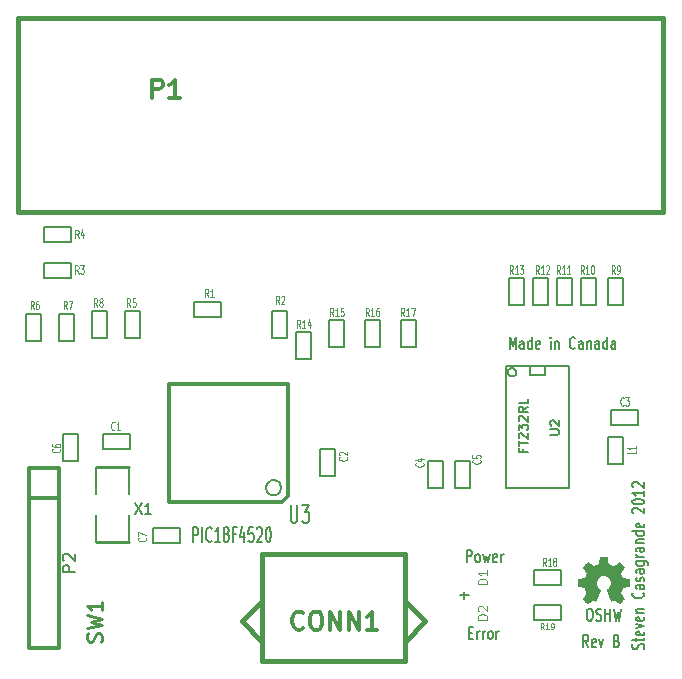
<source format=gto>
G04 (created by PCBNEW-RS274X (2011-nov-30)-testing) date Mon 27 Feb 2012 01:24:57 PM EST*
G01*
G70*
G90*
%MOIN*%
G04 Gerber Fmt 3.4, Leading zero omitted, Abs format*
%FSLAX34Y34*%
G04 APERTURE LIST*
%ADD10C,0.006000*%
%ADD11C,0.007500*%
%ADD12C,0.000100*%
%ADD13C,0.015000*%
%ADD14C,0.010000*%
%ADD15C,0.008000*%
%ADD16C,0.012000*%
%ADD17C,0.005000*%
%ADD18C,0.003500*%
%ADD19C,0.004500*%
G04 APERTURE END LIST*
G54D10*
G54D11*
X67611Y-48679D02*
X67668Y-48679D01*
X67696Y-48698D01*
X67725Y-48736D01*
X67739Y-48812D01*
X67739Y-48946D01*
X67725Y-49022D01*
X67696Y-49060D01*
X67668Y-49079D01*
X67611Y-49079D01*
X67582Y-49060D01*
X67553Y-49022D01*
X67539Y-48946D01*
X67539Y-48812D01*
X67553Y-48736D01*
X67582Y-48698D01*
X67611Y-48679D01*
X67853Y-49060D02*
X67896Y-49079D01*
X67967Y-49079D01*
X67996Y-49060D01*
X68010Y-49041D01*
X68025Y-49003D01*
X68025Y-48965D01*
X68010Y-48927D01*
X67996Y-48907D01*
X67967Y-48888D01*
X67910Y-48869D01*
X67882Y-48850D01*
X67867Y-48831D01*
X67853Y-48793D01*
X67853Y-48755D01*
X67867Y-48717D01*
X67882Y-48698D01*
X67910Y-48679D01*
X67982Y-48679D01*
X68025Y-48698D01*
X68153Y-49079D02*
X68153Y-48679D01*
X68153Y-48869D02*
X68325Y-48869D01*
X68325Y-49079D02*
X68325Y-48679D01*
X68439Y-48679D02*
X68510Y-49079D01*
X68567Y-48793D01*
X68625Y-49079D01*
X68696Y-48679D01*
X64969Y-40024D02*
X64969Y-39624D01*
X65069Y-39910D01*
X65169Y-39624D01*
X65169Y-40024D01*
X65441Y-40024D02*
X65441Y-39814D01*
X65427Y-39776D01*
X65398Y-39757D01*
X65341Y-39757D01*
X65312Y-39776D01*
X65441Y-40005D02*
X65412Y-40024D01*
X65341Y-40024D01*
X65312Y-40005D01*
X65298Y-39967D01*
X65298Y-39929D01*
X65312Y-39891D01*
X65341Y-39872D01*
X65412Y-39872D01*
X65441Y-39852D01*
X65712Y-40024D02*
X65712Y-39624D01*
X65712Y-40005D02*
X65683Y-40024D01*
X65626Y-40024D01*
X65598Y-40005D01*
X65583Y-39986D01*
X65569Y-39948D01*
X65569Y-39833D01*
X65583Y-39795D01*
X65598Y-39776D01*
X65626Y-39757D01*
X65683Y-39757D01*
X65712Y-39776D01*
X65969Y-40005D02*
X65940Y-40024D01*
X65883Y-40024D01*
X65854Y-40005D01*
X65840Y-39967D01*
X65840Y-39814D01*
X65854Y-39776D01*
X65883Y-39757D01*
X65940Y-39757D01*
X65969Y-39776D01*
X65983Y-39814D01*
X65983Y-39852D01*
X65840Y-39891D01*
X66340Y-40024D02*
X66340Y-39757D01*
X66340Y-39624D02*
X66326Y-39643D01*
X66340Y-39662D01*
X66355Y-39643D01*
X66340Y-39624D01*
X66340Y-39662D01*
X66483Y-39757D02*
X66483Y-40024D01*
X66483Y-39795D02*
X66498Y-39776D01*
X66526Y-39757D01*
X66569Y-39757D01*
X66598Y-39776D01*
X66612Y-39814D01*
X66612Y-40024D01*
X67155Y-39986D02*
X67141Y-40005D01*
X67098Y-40024D01*
X67069Y-40024D01*
X67026Y-40005D01*
X66998Y-39967D01*
X66983Y-39929D01*
X66969Y-39852D01*
X66969Y-39795D01*
X66983Y-39719D01*
X66998Y-39681D01*
X67026Y-39643D01*
X67069Y-39624D01*
X67098Y-39624D01*
X67141Y-39643D01*
X67155Y-39662D01*
X67412Y-40024D02*
X67412Y-39814D01*
X67398Y-39776D01*
X67369Y-39757D01*
X67312Y-39757D01*
X67283Y-39776D01*
X67412Y-40005D02*
X67383Y-40024D01*
X67312Y-40024D01*
X67283Y-40005D01*
X67269Y-39967D01*
X67269Y-39929D01*
X67283Y-39891D01*
X67312Y-39872D01*
X67383Y-39872D01*
X67412Y-39852D01*
X67554Y-39757D02*
X67554Y-40024D01*
X67554Y-39795D02*
X67569Y-39776D01*
X67597Y-39757D01*
X67640Y-39757D01*
X67669Y-39776D01*
X67683Y-39814D01*
X67683Y-40024D01*
X67954Y-40024D02*
X67954Y-39814D01*
X67940Y-39776D01*
X67911Y-39757D01*
X67854Y-39757D01*
X67825Y-39776D01*
X67954Y-40005D02*
X67925Y-40024D01*
X67854Y-40024D01*
X67825Y-40005D01*
X67811Y-39967D01*
X67811Y-39929D01*
X67825Y-39891D01*
X67854Y-39872D01*
X67925Y-39872D01*
X67954Y-39852D01*
X68225Y-40024D02*
X68225Y-39624D01*
X68225Y-40005D02*
X68196Y-40024D01*
X68139Y-40024D01*
X68111Y-40005D01*
X68096Y-39986D01*
X68082Y-39948D01*
X68082Y-39833D01*
X68096Y-39795D01*
X68111Y-39776D01*
X68139Y-39757D01*
X68196Y-39757D01*
X68225Y-39776D01*
X68496Y-40024D02*
X68496Y-39814D01*
X68482Y-39776D01*
X68453Y-39757D01*
X68396Y-39757D01*
X68367Y-39776D01*
X68496Y-40005D02*
X68467Y-40024D01*
X68396Y-40024D01*
X68367Y-40005D01*
X68353Y-39967D01*
X68353Y-39929D01*
X68367Y-39891D01*
X68396Y-39872D01*
X68467Y-39872D01*
X68496Y-39852D01*
X63615Y-49480D02*
X63715Y-49480D01*
X63758Y-49690D02*
X63615Y-49690D01*
X63615Y-49290D01*
X63758Y-49290D01*
X63886Y-49690D02*
X63886Y-49423D01*
X63886Y-49499D02*
X63901Y-49461D01*
X63915Y-49442D01*
X63944Y-49423D01*
X63972Y-49423D01*
X64072Y-49690D02*
X64072Y-49423D01*
X64072Y-49499D02*
X64087Y-49461D01*
X64101Y-49442D01*
X64130Y-49423D01*
X64158Y-49423D01*
X64301Y-49690D02*
X64273Y-49671D01*
X64258Y-49652D01*
X64244Y-49614D01*
X64244Y-49499D01*
X64258Y-49461D01*
X64273Y-49442D01*
X64301Y-49423D01*
X64344Y-49423D01*
X64373Y-49442D01*
X64387Y-49461D01*
X64401Y-49499D01*
X64401Y-49614D01*
X64387Y-49652D01*
X64373Y-49671D01*
X64344Y-49690D01*
X64301Y-49690D01*
X64529Y-49690D02*
X64529Y-49423D01*
X64529Y-49499D02*
X64544Y-49461D01*
X64558Y-49442D01*
X64587Y-49423D01*
X64615Y-49423D01*
X63541Y-47131D02*
X63541Y-46731D01*
X63656Y-46731D01*
X63684Y-46750D01*
X63699Y-46769D01*
X63713Y-46807D01*
X63713Y-46864D01*
X63699Y-46902D01*
X63684Y-46921D01*
X63656Y-46940D01*
X63541Y-46940D01*
X63884Y-47131D02*
X63856Y-47112D01*
X63841Y-47093D01*
X63827Y-47055D01*
X63827Y-46940D01*
X63841Y-46902D01*
X63856Y-46883D01*
X63884Y-46864D01*
X63927Y-46864D01*
X63956Y-46883D01*
X63970Y-46902D01*
X63984Y-46940D01*
X63984Y-47055D01*
X63970Y-47093D01*
X63956Y-47112D01*
X63927Y-47131D01*
X63884Y-47131D01*
X64084Y-46864D02*
X64141Y-47131D01*
X64198Y-46940D01*
X64255Y-47131D01*
X64312Y-46864D01*
X64541Y-47112D02*
X64512Y-47131D01*
X64455Y-47131D01*
X64426Y-47112D01*
X64412Y-47074D01*
X64412Y-46921D01*
X64426Y-46883D01*
X64455Y-46864D01*
X64512Y-46864D01*
X64541Y-46883D01*
X64555Y-46921D01*
X64555Y-46959D01*
X64412Y-46998D01*
X64683Y-47131D02*
X64683Y-46864D01*
X64683Y-46940D02*
X64698Y-46902D01*
X64712Y-46883D01*
X64741Y-46864D01*
X64769Y-46864D01*
X63455Y-48114D02*
X63455Y-48343D01*
X63303Y-48229D02*
X63608Y-48229D01*
X69434Y-50029D02*
X69453Y-49986D01*
X69453Y-49915D01*
X69434Y-49886D01*
X69415Y-49872D01*
X69377Y-49857D01*
X69339Y-49857D01*
X69301Y-49872D01*
X69281Y-49886D01*
X69262Y-49915D01*
X69243Y-49972D01*
X69224Y-50000D01*
X69205Y-50015D01*
X69167Y-50029D01*
X69129Y-50029D01*
X69091Y-50015D01*
X69072Y-50000D01*
X69053Y-49972D01*
X69053Y-49900D01*
X69072Y-49857D01*
X69186Y-49771D02*
X69186Y-49657D01*
X69053Y-49729D02*
X69396Y-49729D01*
X69434Y-49714D01*
X69453Y-49686D01*
X69453Y-49657D01*
X69434Y-49443D02*
X69453Y-49472D01*
X69453Y-49529D01*
X69434Y-49558D01*
X69396Y-49572D01*
X69243Y-49572D01*
X69205Y-49558D01*
X69186Y-49529D01*
X69186Y-49472D01*
X69205Y-49443D01*
X69243Y-49429D01*
X69281Y-49429D01*
X69320Y-49572D01*
X69186Y-49329D02*
X69453Y-49258D01*
X69186Y-49186D01*
X69434Y-48957D02*
X69453Y-48986D01*
X69453Y-49043D01*
X69434Y-49072D01*
X69396Y-49086D01*
X69243Y-49086D01*
X69205Y-49072D01*
X69186Y-49043D01*
X69186Y-48986D01*
X69205Y-48957D01*
X69243Y-48943D01*
X69281Y-48943D01*
X69320Y-49086D01*
X69186Y-48815D02*
X69453Y-48815D01*
X69224Y-48815D02*
X69205Y-48800D01*
X69186Y-48772D01*
X69186Y-48729D01*
X69205Y-48700D01*
X69243Y-48686D01*
X69453Y-48686D01*
X69415Y-48143D02*
X69434Y-48157D01*
X69453Y-48200D01*
X69453Y-48229D01*
X69434Y-48272D01*
X69396Y-48300D01*
X69358Y-48315D01*
X69281Y-48329D01*
X69224Y-48329D01*
X69148Y-48315D01*
X69110Y-48300D01*
X69072Y-48272D01*
X69053Y-48229D01*
X69053Y-48200D01*
X69072Y-48157D01*
X69091Y-48143D01*
X69453Y-47886D02*
X69243Y-47886D01*
X69205Y-47900D01*
X69186Y-47929D01*
X69186Y-47986D01*
X69205Y-48015D01*
X69434Y-47886D02*
X69453Y-47915D01*
X69453Y-47986D01*
X69434Y-48015D01*
X69396Y-48029D01*
X69358Y-48029D01*
X69320Y-48015D01*
X69301Y-47986D01*
X69301Y-47915D01*
X69281Y-47886D01*
X69434Y-47758D02*
X69453Y-47729D01*
X69453Y-47672D01*
X69434Y-47644D01*
X69396Y-47629D01*
X69377Y-47629D01*
X69339Y-47644D01*
X69320Y-47672D01*
X69320Y-47715D01*
X69301Y-47744D01*
X69262Y-47758D01*
X69243Y-47758D01*
X69205Y-47744D01*
X69186Y-47715D01*
X69186Y-47672D01*
X69205Y-47644D01*
X69453Y-47372D02*
X69243Y-47372D01*
X69205Y-47386D01*
X69186Y-47415D01*
X69186Y-47472D01*
X69205Y-47501D01*
X69434Y-47372D02*
X69453Y-47401D01*
X69453Y-47472D01*
X69434Y-47501D01*
X69396Y-47515D01*
X69358Y-47515D01*
X69320Y-47501D01*
X69301Y-47472D01*
X69301Y-47401D01*
X69281Y-47372D01*
X69186Y-47101D02*
X69510Y-47101D01*
X69548Y-47115D01*
X69567Y-47130D01*
X69586Y-47158D01*
X69586Y-47201D01*
X69567Y-47230D01*
X69434Y-47101D02*
X69453Y-47130D01*
X69453Y-47187D01*
X69434Y-47215D01*
X69415Y-47230D01*
X69377Y-47244D01*
X69262Y-47244D01*
X69224Y-47230D01*
X69205Y-47215D01*
X69186Y-47187D01*
X69186Y-47130D01*
X69205Y-47101D01*
X69453Y-46959D02*
X69186Y-46959D01*
X69262Y-46959D02*
X69224Y-46944D01*
X69205Y-46930D01*
X69186Y-46901D01*
X69186Y-46873D01*
X69453Y-46644D02*
X69243Y-46644D01*
X69205Y-46658D01*
X69186Y-46687D01*
X69186Y-46744D01*
X69205Y-46773D01*
X69434Y-46644D02*
X69453Y-46673D01*
X69453Y-46744D01*
X69434Y-46773D01*
X69396Y-46787D01*
X69358Y-46787D01*
X69320Y-46773D01*
X69301Y-46744D01*
X69301Y-46673D01*
X69281Y-46644D01*
X69186Y-46502D02*
X69453Y-46502D01*
X69224Y-46502D02*
X69205Y-46487D01*
X69186Y-46459D01*
X69186Y-46416D01*
X69205Y-46387D01*
X69243Y-46373D01*
X69453Y-46373D01*
X69453Y-46102D02*
X69053Y-46102D01*
X69434Y-46102D02*
X69453Y-46131D01*
X69453Y-46188D01*
X69434Y-46216D01*
X69415Y-46231D01*
X69377Y-46245D01*
X69262Y-46245D01*
X69224Y-46231D01*
X69205Y-46216D01*
X69186Y-46188D01*
X69186Y-46131D01*
X69205Y-46102D01*
X69434Y-45845D02*
X69453Y-45874D01*
X69453Y-45931D01*
X69434Y-45960D01*
X69396Y-45974D01*
X69243Y-45974D01*
X69205Y-45960D01*
X69186Y-45931D01*
X69186Y-45874D01*
X69205Y-45845D01*
X69243Y-45831D01*
X69281Y-45831D01*
X69320Y-45974D01*
X69091Y-45488D02*
X69072Y-45474D01*
X69053Y-45445D01*
X69053Y-45374D01*
X69072Y-45345D01*
X69091Y-45331D01*
X69129Y-45316D01*
X69167Y-45316D01*
X69224Y-45331D01*
X69453Y-45502D01*
X69453Y-45316D01*
X69053Y-45130D02*
X69053Y-45102D01*
X69072Y-45073D01*
X69091Y-45059D01*
X69129Y-45045D01*
X69205Y-45030D01*
X69301Y-45030D01*
X69377Y-45045D01*
X69415Y-45059D01*
X69434Y-45073D01*
X69453Y-45102D01*
X69453Y-45130D01*
X69434Y-45159D01*
X69415Y-45173D01*
X69377Y-45188D01*
X69301Y-45202D01*
X69205Y-45202D01*
X69129Y-45188D01*
X69091Y-45173D01*
X69072Y-45159D01*
X69053Y-45130D01*
X69453Y-44744D02*
X69453Y-44916D01*
X69453Y-44830D02*
X69053Y-44830D01*
X69110Y-44859D01*
X69148Y-44887D01*
X69167Y-44916D01*
X69091Y-44630D02*
X69072Y-44616D01*
X69053Y-44587D01*
X69053Y-44516D01*
X69072Y-44487D01*
X69091Y-44473D01*
X69129Y-44458D01*
X69167Y-44458D01*
X69224Y-44473D01*
X69453Y-44644D01*
X69453Y-44458D01*
X67598Y-49965D02*
X67498Y-49774D01*
X67426Y-49965D02*
X67426Y-49565D01*
X67541Y-49565D01*
X67569Y-49584D01*
X67584Y-49603D01*
X67598Y-49641D01*
X67598Y-49698D01*
X67584Y-49736D01*
X67569Y-49755D01*
X67541Y-49774D01*
X67426Y-49774D01*
X67841Y-49946D02*
X67812Y-49965D01*
X67755Y-49965D01*
X67726Y-49946D01*
X67712Y-49908D01*
X67712Y-49755D01*
X67726Y-49717D01*
X67755Y-49698D01*
X67812Y-49698D01*
X67841Y-49717D01*
X67855Y-49755D01*
X67855Y-49793D01*
X67712Y-49832D01*
X67955Y-49698D02*
X68026Y-49965D01*
X68098Y-49698D01*
X68541Y-49755D02*
X68584Y-49774D01*
X68599Y-49793D01*
X68613Y-49832D01*
X68613Y-49889D01*
X68599Y-49927D01*
X68584Y-49946D01*
X68556Y-49965D01*
X68441Y-49965D01*
X68441Y-49565D01*
X68541Y-49565D01*
X68570Y-49584D01*
X68584Y-49603D01*
X68599Y-49641D01*
X68599Y-49679D01*
X68584Y-49717D01*
X68570Y-49736D01*
X68541Y-49755D01*
X68441Y-49755D01*
G54D12*
G36*
X67579Y-48523D02*
X67588Y-48518D01*
X67609Y-48505D01*
X67638Y-48486D01*
X67673Y-48463D01*
X67707Y-48439D01*
X67736Y-48420D01*
X67756Y-48407D01*
X67764Y-48403D01*
X67769Y-48404D01*
X67785Y-48412D01*
X67809Y-48425D01*
X67823Y-48432D01*
X67845Y-48441D01*
X67856Y-48443D01*
X67858Y-48440D01*
X67866Y-48424D01*
X67878Y-48395D01*
X67895Y-48357D01*
X67914Y-48312D01*
X67934Y-48264D01*
X67955Y-48216D01*
X67974Y-48169D01*
X67991Y-48127D01*
X68005Y-48093D01*
X68014Y-48069D01*
X68017Y-48059D01*
X68016Y-48057D01*
X68005Y-48046D01*
X67986Y-48032D01*
X67945Y-47998D01*
X67904Y-47947D01*
X67879Y-47889D01*
X67870Y-47824D01*
X67877Y-47765D01*
X67901Y-47708D01*
X67941Y-47656D01*
X67990Y-47618D01*
X68046Y-47593D01*
X68110Y-47585D01*
X68171Y-47592D01*
X68229Y-47615D01*
X68281Y-47655D01*
X68303Y-47680D01*
X68333Y-47732D01*
X68350Y-47788D01*
X68352Y-47802D01*
X68349Y-47864D01*
X68331Y-47923D01*
X68299Y-47975D01*
X68254Y-48019D01*
X68248Y-48023D01*
X68227Y-48038D01*
X68213Y-48049D01*
X68202Y-48058D01*
X68280Y-48247D01*
X68293Y-48277D01*
X68314Y-48328D01*
X68333Y-48373D01*
X68349Y-48408D01*
X68359Y-48432D01*
X68364Y-48441D01*
X68364Y-48442D01*
X68371Y-48443D01*
X68385Y-48438D01*
X68412Y-48425D01*
X68429Y-48416D01*
X68449Y-48406D01*
X68458Y-48403D01*
X68466Y-48407D01*
X68485Y-48419D01*
X68513Y-48438D01*
X68547Y-48461D01*
X68579Y-48483D01*
X68608Y-48502D01*
X68630Y-48516D01*
X68640Y-48522D01*
X68642Y-48522D01*
X68651Y-48517D01*
X68668Y-48502D01*
X68694Y-48478D01*
X68730Y-48442D01*
X68736Y-48437D01*
X68766Y-48406D01*
X68790Y-48381D01*
X68806Y-48363D01*
X68812Y-48354D01*
X68812Y-48354D01*
X68807Y-48344D01*
X68793Y-48323D01*
X68774Y-48293D01*
X68750Y-48258D01*
X68687Y-48167D01*
X68722Y-48081D01*
X68732Y-48055D01*
X68746Y-48023D01*
X68756Y-48001D01*
X68761Y-47991D01*
X68770Y-47987D01*
X68793Y-47982D01*
X68827Y-47975D01*
X68868Y-47967D01*
X68907Y-47960D01*
X68941Y-47953D01*
X68967Y-47948D01*
X68978Y-47946D01*
X68981Y-47945D01*
X68983Y-47939D01*
X68984Y-47927D01*
X68985Y-47906D01*
X68986Y-47873D01*
X68986Y-47824D01*
X68986Y-47819D01*
X68985Y-47773D01*
X68985Y-47736D01*
X68983Y-47713D01*
X68982Y-47703D01*
X68982Y-47703D01*
X68971Y-47701D01*
X68946Y-47695D01*
X68911Y-47689D01*
X68870Y-47681D01*
X68867Y-47680D01*
X68826Y-47672D01*
X68791Y-47665D01*
X68767Y-47659D01*
X68756Y-47656D01*
X68754Y-47653D01*
X68746Y-47637D01*
X68734Y-47611D01*
X68720Y-47580D01*
X68707Y-47547D01*
X68695Y-47518D01*
X68687Y-47496D01*
X68685Y-47486D01*
X68685Y-47486D01*
X68691Y-47476D01*
X68705Y-47455D01*
X68725Y-47425D01*
X68750Y-47390D01*
X68751Y-47387D01*
X68775Y-47352D01*
X68795Y-47322D01*
X68807Y-47301D01*
X68812Y-47292D01*
X68812Y-47291D01*
X68804Y-47281D01*
X68786Y-47261D01*
X68761Y-47234D01*
X68730Y-47203D01*
X68720Y-47193D01*
X68686Y-47160D01*
X68663Y-47138D01*
X68648Y-47127D01*
X68641Y-47124D01*
X68641Y-47124D01*
X68630Y-47131D01*
X68608Y-47145D01*
X68578Y-47166D01*
X68542Y-47190D01*
X68540Y-47191D01*
X68505Y-47215D01*
X68476Y-47235D01*
X68455Y-47249D01*
X68446Y-47254D01*
X68444Y-47254D01*
X68430Y-47250D01*
X68405Y-47241D01*
X68375Y-47229D01*
X68342Y-47216D01*
X68313Y-47204D01*
X68291Y-47194D01*
X68280Y-47188D01*
X68280Y-47187D01*
X68276Y-47175D01*
X68270Y-47149D01*
X68263Y-47113D01*
X68255Y-47070D01*
X68253Y-47063D01*
X68245Y-47021D01*
X68239Y-46987D01*
X68234Y-46963D01*
X68231Y-46953D01*
X68225Y-46952D01*
X68205Y-46950D01*
X68174Y-46949D01*
X68136Y-46949D01*
X68097Y-46949D01*
X68058Y-46950D01*
X68025Y-46951D01*
X68002Y-46953D01*
X67992Y-46955D01*
X67991Y-46955D01*
X67988Y-46968D01*
X67982Y-46994D01*
X67975Y-47031D01*
X67966Y-47074D01*
X67965Y-47081D01*
X67957Y-47123D01*
X67950Y-47157D01*
X67945Y-47181D01*
X67942Y-47190D01*
X67939Y-47192D01*
X67921Y-47199D01*
X67893Y-47211D01*
X67859Y-47225D01*
X67779Y-47257D01*
X67680Y-47190D01*
X67671Y-47184D01*
X67636Y-47160D01*
X67607Y-47140D01*
X67587Y-47127D01*
X67578Y-47123D01*
X67578Y-47123D01*
X67568Y-47132D01*
X67548Y-47150D01*
X67522Y-47176D01*
X67491Y-47207D01*
X67468Y-47229D01*
X67441Y-47257D01*
X67423Y-47276D01*
X67414Y-47288D01*
X67411Y-47295D01*
X67412Y-47300D01*
X67418Y-47310D01*
X67432Y-47331D01*
X67453Y-47361D01*
X67477Y-47396D01*
X67496Y-47425D01*
X67518Y-47458D01*
X67532Y-47482D01*
X67536Y-47493D01*
X67535Y-47498D01*
X67528Y-47517D01*
X67517Y-47546D01*
X67502Y-47581D01*
X67468Y-47659D01*
X67417Y-47669D01*
X67386Y-47674D01*
X67342Y-47683D01*
X67301Y-47691D01*
X67236Y-47703D01*
X67234Y-47940D01*
X67244Y-47944D01*
X67254Y-47947D01*
X67278Y-47952D01*
X67312Y-47959D01*
X67352Y-47967D01*
X67386Y-47973D01*
X67421Y-47980D01*
X67446Y-47985D01*
X67457Y-47987D01*
X67460Y-47991D01*
X67468Y-48007D01*
X67481Y-48034D01*
X67494Y-48066D01*
X67508Y-48099D01*
X67520Y-48130D01*
X67529Y-48153D01*
X67532Y-48166D01*
X67527Y-48175D01*
X67514Y-48195D01*
X67495Y-48224D01*
X67472Y-48258D01*
X67448Y-48293D01*
X67428Y-48322D01*
X67415Y-48343D01*
X67409Y-48353D01*
X67412Y-48360D01*
X67425Y-48376D01*
X67451Y-48403D01*
X67490Y-48441D01*
X67496Y-48447D01*
X67527Y-48477D01*
X67553Y-48501D01*
X67571Y-48517D01*
X67579Y-48523D01*
X67579Y-48523D01*
G37*
G54D13*
X61470Y-49110D02*
X61470Y-50410D01*
X56730Y-49110D02*
X56730Y-50410D01*
X61470Y-48410D02*
X62160Y-49100D01*
X62160Y-49100D02*
X61470Y-49790D01*
X56730Y-48410D02*
X56040Y-49100D01*
X56040Y-49100D02*
X56730Y-49790D01*
X56730Y-50410D02*
X61470Y-50410D01*
X61470Y-49100D02*
X61470Y-46850D01*
X61470Y-46850D02*
X56730Y-46850D01*
X56730Y-46850D02*
X56730Y-49100D01*
G54D14*
X52300Y-46450D02*
X51200Y-46450D01*
X52300Y-43950D02*
X51200Y-43950D01*
G54D15*
X51200Y-46450D02*
X51200Y-45550D01*
X52300Y-45550D02*
X52300Y-46450D01*
X51200Y-44850D02*
X51200Y-43950D01*
X52300Y-43950D02*
X52300Y-44850D01*
G54D13*
X70100Y-29000D02*
X70100Y-35450D01*
X70100Y-35450D02*
X48600Y-35450D01*
X48600Y-35450D02*
X48600Y-29000D01*
X70100Y-29000D02*
X48600Y-29000D01*
G54D16*
X48950Y-44000D02*
X49950Y-44000D01*
X49950Y-44000D02*
X49950Y-50000D01*
X49950Y-50000D02*
X48950Y-50000D01*
X48950Y-50000D02*
X48950Y-44000D01*
X48950Y-45000D02*
X49950Y-45000D01*
G54D17*
X61350Y-39950D02*
X61350Y-39050D01*
X61350Y-39050D02*
X61850Y-39050D01*
X61850Y-39050D02*
X61850Y-39950D01*
X61850Y-39950D02*
X61350Y-39950D01*
X60150Y-39950D02*
X60150Y-39050D01*
X60150Y-39050D02*
X60650Y-39050D01*
X60650Y-39050D02*
X60650Y-39950D01*
X60650Y-39950D02*
X60150Y-39950D01*
X58950Y-39950D02*
X58950Y-39050D01*
X58950Y-39050D02*
X59450Y-39050D01*
X59450Y-39050D02*
X59450Y-39950D01*
X59450Y-39950D02*
X58950Y-39950D01*
X57850Y-40350D02*
X57850Y-39450D01*
X57850Y-39450D02*
X58350Y-39450D01*
X58350Y-39450D02*
X58350Y-40350D01*
X58350Y-40350D02*
X57850Y-40350D01*
X64950Y-38550D02*
X64950Y-37650D01*
X64950Y-37650D02*
X65450Y-37650D01*
X65450Y-37650D02*
X65450Y-38550D01*
X65450Y-38550D02*
X64950Y-38550D01*
X65750Y-38550D02*
X65750Y-37650D01*
X65750Y-37650D02*
X66250Y-37650D01*
X66250Y-37650D02*
X66250Y-38550D01*
X66250Y-38550D02*
X65750Y-38550D01*
X66550Y-38550D02*
X66550Y-37650D01*
X66550Y-37650D02*
X67050Y-37650D01*
X67050Y-37650D02*
X67050Y-38550D01*
X67050Y-38550D02*
X66550Y-38550D01*
X67350Y-38550D02*
X67350Y-37650D01*
X67350Y-37650D02*
X67850Y-37650D01*
X67850Y-37650D02*
X67850Y-38550D01*
X67850Y-38550D02*
X67350Y-38550D01*
X68250Y-38550D02*
X68250Y-37650D01*
X68250Y-37650D02*
X68750Y-37650D01*
X68750Y-37650D02*
X68750Y-38550D01*
X68750Y-38550D02*
X68250Y-38550D01*
X51050Y-39650D02*
X51050Y-38750D01*
X51050Y-38750D02*
X51550Y-38750D01*
X51550Y-38750D02*
X51550Y-39650D01*
X51550Y-39650D02*
X51050Y-39650D01*
X49950Y-39750D02*
X49950Y-38850D01*
X49950Y-38850D02*
X50450Y-38850D01*
X50450Y-38850D02*
X50450Y-39750D01*
X50450Y-39750D02*
X49950Y-39750D01*
X48850Y-39750D02*
X48850Y-38850D01*
X48850Y-38850D02*
X49350Y-38850D01*
X49350Y-38850D02*
X49350Y-39750D01*
X49350Y-39750D02*
X48850Y-39750D01*
X52150Y-39650D02*
X52150Y-38750D01*
X52150Y-38750D02*
X52650Y-38750D01*
X52650Y-38750D02*
X52650Y-39650D01*
X52650Y-39650D02*
X52150Y-39650D01*
X49450Y-35950D02*
X50350Y-35950D01*
X50350Y-35950D02*
X50350Y-36450D01*
X50350Y-36450D02*
X49450Y-36450D01*
X49450Y-36450D02*
X49450Y-35950D01*
X49450Y-37150D02*
X50350Y-37150D01*
X50350Y-37150D02*
X50350Y-37650D01*
X50350Y-37650D02*
X49450Y-37650D01*
X49450Y-37650D02*
X49450Y-37150D01*
X57050Y-39650D02*
X57050Y-38750D01*
X57050Y-38750D02*
X57550Y-38750D01*
X57550Y-38750D02*
X57550Y-39650D01*
X57550Y-39650D02*
X57050Y-39650D01*
X55350Y-38950D02*
X54450Y-38950D01*
X54450Y-38950D02*
X54450Y-38450D01*
X54450Y-38450D02*
X55350Y-38450D01*
X55350Y-38450D02*
X55350Y-38950D01*
X68750Y-42950D02*
X68750Y-43850D01*
X68750Y-43850D02*
X68250Y-43850D01*
X68250Y-43850D02*
X68250Y-42950D01*
X68250Y-42950D02*
X68750Y-42950D01*
X54000Y-46500D02*
X53100Y-46500D01*
X53100Y-46500D02*
X53100Y-46000D01*
X53100Y-46000D02*
X54000Y-46000D01*
X54000Y-46000D02*
X54000Y-46500D01*
X50100Y-43750D02*
X50100Y-42850D01*
X50100Y-42850D02*
X50600Y-42850D01*
X50600Y-42850D02*
X50600Y-43750D01*
X50600Y-43750D02*
X50100Y-43750D01*
X63650Y-43750D02*
X63650Y-44650D01*
X63650Y-44650D02*
X63150Y-44650D01*
X63150Y-44650D02*
X63150Y-43750D01*
X63150Y-43750D02*
X63650Y-43750D01*
X62750Y-43750D02*
X62750Y-44650D01*
X62750Y-44650D02*
X62250Y-44650D01*
X62250Y-44650D02*
X62250Y-43750D01*
X62250Y-43750D02*
X62750Y-43750D01*
X68350Y-42050D02*
X69250Y-42050D01*
X69250Y-42050D02*
X69250Y-42550D01*
X69250Y-42550D02*
X68350Y-42550D01*
X68350Y-42550D02*
X68350Y-42050D01*
X58650Y-44250D02*
X58650Y-43350D01*
X58650Y-43350D02*
X59150Y-43350D01*
X59150Y-43350D02*
X59150Y-44250D01*
X59150Y-44250D02*
X58650Y-44250D01*
X52320Y-43360D02*
X51420Y-43360D01*
X51420Y-43360D02*
X51420Y-42860D01*
X51420Y-42860D02*
X52320Y-42860D01*
X52320Y-42860D02*
X52320Y-43360D01*
X65191Y-40800D02*
X65188Y-40827D01*
X65180Y-40853D01*
X65167Y-40878D01*
X65150Y-40899D01*
X65128Y-40916D01*
X65104Y-40929D01*
X65078Y-40938D01*
X65050Y-40940D01*
X65024Y-40938D01*
X64998Y-40930D01*
X64973Y-40917D01*
X64952Y-40900D01*
X64934Y-40879D01*
X64921Y-40855D01*
X64913Y-40829D01*
X64910Y-40801D01*
X64912Y-40775D01*
X64919Y-40749D01*
X64932Y-40724D01*
X64949Y-40703D01*
X64970Y-40685D01*
X64994Y-40671D01*
X65020Y-40663D01*
X65048Y-40660D01*
X65074Y-40662D01*
X65100Y-40669D01*
X65125Y-40681D01*
X65147Y-40698D01*
X65165Y-40719D01*
X65178Y-40743D01*
X65187Y-40769D01*
X65190Y-40797D01*
X65191Y-40800D01*
X66150Y-40600D02*
X66150Y-40900D01*
X66150Y-40900D02*
X65650Y-40900D01*
X65650Y-40900D02*
X65650Y-40600D01*
X64850Y-44650D02*
X64850Y-40600D01*
X66950Y-40600D02*
X66950Y-44650D01*
X66950Y-40600D02*
X64850Y-40600D01*
X66950Y-44650D02*
X64850Y-44650D01*
G54D16*
X53630Y-45120D02*
X53630Y-41180D01*
X53630Y-41180D02*
X57570Y-41180D01*
X57570Y-44930D02*
X57570Y-41180D01*
X57380Y-45120D02*
X53630Y-45120D01*
X57570Y-44930D02*
X57380Y-45120D01*
G54D15*
X57350Y-44650D02*
X57345Y-44698D01*
X57331Y-44745D01*
X57308Y-44788D01*
X57277Y-44826D01*
X57239Y-44857D01*
X57196Y-44880D01*
X57150Y-44894D01*
X57101Y-44899D01*
X57054Y-44895D01*
X57007Y-44881D01*
X56964Y-44859D01*
X56926Y-44828D01*
X56894Y-44791D01*
X56871Y-44748D01*
X56856Y-44701D01*
X56851Y-44653D01*
X56855Y-44605D01*
X56868Y-44558D01*
X56890Y-44515D01*
X56921Y-44477D01*
X56958Y-44445D01*
X57000Y-44421D01*
X57047Y-44406D01*
X57095Y-44401D01*
X57143Y-44404D01*
X57190Y-44417D01*
X57233Y-44439D01*
X57272Y-44469D01*
X57304Y-44506D01*
X57328Y-44549D01*
X57343Y-44595D01*
X57349Y-44644D01*
X57350Y-44650D01*
G54D17*
X65800Y-47400D02*
X66700Y-47400D01*
X66700Y-47400D02*
X66700Y-47900D01*
X66700Y-47900D02*
X65800Y-47900D01*
X65800Y-47900D02*
X65800Y-47400D01*
X65770Y-48569D02*
X66670Y-48569D01*
X66670Y-48569D02*
X66670Y-49069D01*
X66670Y-49069D02*
X65770Y-49069D01*
X65770Y-49069D02*
X65770Y-48569D01*
G54D14*
X51360Y-49780D02*
X51383Y-49708D01*
X51383Y-49589D01*
X51360Y-49542D01*
X51336Y-49518D01*
X51288Y-49494D01*
X51241Y-49494D01*
X51193Y-49518D01*
X51169Y-49542D01*
X51145Y-49589D01*
X51121Y-49685D01*
X51098Y-49732D01*
X51074Y-49756D01*
X51026Y-49780D01*
X50979Y-49780D01*
X50931Y-49756D01*
X50907Y-49732D01*
X50883Y-49685D01*
X50883Y-49565D01*
X50907Y-49494D01*
X50883Y-49328D02*
X51383Y-49209D01*
X51026Y-49113D01*
X51383Y-49018D01*
X50883Y-48899D01*
X51383Y-48447D02*
X51383Y-48733D01*
X51383Y-48590D02*
X50883Y-48590D01*
X50955Y-48638D01*
X51002Y-48685D01*
X51026Y-48733D01*
G54D18*
X64215Y-49041D02*
X63915Y-49041D01*
X63915Y-48969D01*
X63930Y-48926D01*
X63958Y-48898D01*
X63987Y-48883D01*
X64044Y-48869D01*
X64087Y-48869D01*
X64144Y-48883D01*
X64173Y-48898D01*
X64201Y-48926D01*
X64215Y-48969D01*
X64215Y-49041D01*
X63944Y-48755D02*
X63930Y-48741D01*
X63915Y-48712D01*
X63915Y-48641D01*
X63930Y-48612D01*
X63944Y-48598D01*
X63973Y-48583D01*
X64001Y-48583D01*
X64044Y-48598D01*
X64215Y-48769D01*
X64215Y-48583D01*
X64215Y-47860D02*
X63915Y-47860D01*
X63915Y-47788D01*
X63930Y-47745D01*
X63958Y-47717D01*
X63987Y-47702D01*
X64044Y-47688D01*
X64087Y-47688D01*
X64144Y-47702D01*
X64173Y-47717D01*
X64201Y-47745D01*
X64215Y-47788D01*
X64215Y-47860D01*
X64215Y-47402D02*
X64215Y-47574D01*
X64215Y-47488D02*
X63915Y-47488D01*
X63958Y-47517D01*
X63987Y-47545D01*
X64001Y-47574D01*
G54D16*
X58091Y-49320D02*
X58062Y-49348D01*
X57976Y-49377D01*
X57919Y-49377D01*
X57834Y-49348D01*
X57776Y-49291D01*
X57748Y-49234D01*
X57719Y-49120D01*
X57719Y-49034D01*
X57748Y-48920D01*
X57776Y-48863D01*
X57834Y-48805D01*
X57919Y-48777D01*
X57976Y-48777D01*
X58062Y-48805D01*
X58091Y-48834D01*
X58462Y-48777D02*
X58576Y-48777D01*
X58634Y-48805D01*
X58691Y-48863D01*
X58719Y-48977D01*
X58719Y-49177D01*
X58691Y-49291D01*
X58634Y-49348D01*
X58576Y-49377D01*
X58462Y-49377D01*
X58405Y-49348D01*
X58348Y-49291D01*
X58319Y-49177D01*
X58319Y-48977D01*
X58348Y-48863D01*
X58405Y-48805D01*
X58462Y-48777D01*
X58977Y-49377D02*
X58977Y-48777D01*
X59320Y-49377D01*
X59320Y-48777D01*
X59606Y-49377D02*
X59606Y-48777D01*
X59949Y-49377D01*
X59949Y-48777D01*
X60549Y-49377D02*
X60206Y-49377D01*
X60378Y-49377D02*
X60378Y-48777D01*
X60321Y-48863D01*
X60263Y-48920D01*
X60206Y-48948D01*
G54D10*
X52473Y-45166D02*
X52706Y-45516D01*
X52706Y-45166D02*
X52473Y-45516D01*
X53023Y-45516D02*
X52823Y-45516D01*
X52923Y-45516D02*
X52923Y-45166D01*
X52889Y-45216D01*
X52856Y-45249D01*
X52823Y-45266D01*
G54D16*
X53058Y-31643D02*
X53058Y-31043D01*
X53286Y-31043D01*
X53344Y-31071D01*
X53372Y-31100D01*
X53401Y-31157D01*
X53401Y-31243D01*
X53372Y-31300D01*
X53344Y-31329D01*
X53286Y-31357D01*
X53058Y-31357D01*
X53972Y-31643D02*
X53629Y-31643D01*
X53801Y-31643D02*
X53801Y-31043D01*
X53744Y-31129D01*
X53686Y-31186D01*
X53629Y-31214D01*
G54D15*
X50477Y-47460D02*
X50077Y-47460D01*
X50077Y-47307D01*
X50096Y-47269D01*
X50115Y-47250D01*
X50153Y-47231D01*
X50210Y-47231D01*
X50248Y-47250D01*
X50267Y-47269D01*
X50286Y-47307D01*
X50286Y-47460D01*
X50115Y-47079D02*
X50096Y-47060D01*
X50077Y-47022D01*
X50077Y-46926D01*
X50096Y-46888D01*
X50115Y-46869D01*
X50153Y-46850D01*
X50191Y-46850D01*
X50248Y-46869D01*
X50477Y-47098D01*
X50477Y-46850D01*
G54D19*
X61460Y-38932D02*
X61400Y-38799D01*
X61357Y-38932D02*
X61357Y-38652D01*
X61425Y-38652D01*
X61443Y-38666D01*
X61451Y-38679D01*
X61460Y-38706D01*
X61460Y-38746D01*
X61451Y-38772D01*
X61443Y-38786D01*
X61425Y-38799D01*
X61357Y-38799D01*
X61631Y-38932D02*
X61528Y-38932D01*
X61580Y-38932D02*
X61580Y-38652D01*
X61563Y-38692D01*
X61545Y-38719D01*
X61528Y-38732D01*
X61691Y-38652D02*
X61811Y-38652D01*
X61734Y-38932D01*
X60279Y-38932D02*
X60219Y-38799D01*
X60176Y-38932D02*
X60176Y-38652D01*
X60244Y-38652D01*
X60262Y-38666D01*
X60270Y-38679D01*
X60279Y-38706D01*
X60279Y-38746D01*
X60270Y-38772D01*
X60262Y-38786D01*
X60244Y-38799D01*
X60176Y-38799D01*
X60450Y-38932D02*
X60347Y-38932D01*
X60399Y-38932D02*
X60399Y-38652D01*
X60382Y-38692D01*
X60364Y-38719D01*
X60347Y-38732D01*
X60604Y-38652D02*
X60570Y-38652D01*
X60553Y-38666D01*
X60544Y-38679D01*
X60527Y-38719D01*
X60518Y-38772D01*
X60518Y-38879D01*
X60527Y-38906D01*
X60535Y-38919D01*
X60553Y-38932D01*
X60587Y-38932D01*
X60604Y-38919D01*
X60613Y-38906D01*
X60621Y-38879D01*
X60621Y-38812D01*
X60613Y-38786D01*
X60604Y-38772D01*
X60587Y-38759D01*
X60553Y-38759D01*
X60535Y-38772D01*
X60527Y-38786D01*
X60518Y-38812D01*
X59098Y-38932D02*
X59038Y-38799D01*
X58995Y-38932D02*
X58995Y-38652D01*
X59063Y-38652D01*
X59081Y-38666D01*
X59089Y-38679D01*
X59098Y-38706D01*
X59098Y-38746D01*
X59089Y-38772D01*
X59081Y-38786D01*
X59063Y-38799D01*
X58995Y-38799D01*
X59269Y-38932D02*
X59166Y-38932D01*
X59218Y-38932D02*
X59218Y-38652D01*
X59201Y-38692D01*
X59183Y-38719D01*
X59166Y-38732D01*
X59432Y-38652D02*
X59346Y-38652D01*
X59337Y-38786D01*
X59346Y-38772D01*
X59363Y-38759D01*
X59406Y-38759D01*
X59423Y-38772D01*
X59432Y-38786D01*
X59440Y-38812D01*
X59440Y-38879D01*
X59432Y-38906D01*
X59423Y-38919D01*
X59406Y-38932D01*
X59363Y-38932D01*
X59346Y-38919D01*
X59337Y-38906D01*
X57995Y-39326D02*
X57935Y-39193D01*
X57892Y-39326D02*
X57892Y-39046D01*
X57960Y-39046D01*
X57978Y-39060D01*
X57986Y-39073D01*
X57995Y-39100D01*
X57995Y-39140D01*
X57986Y-39166D01*
X57978Y-39180D01*
X57960Y-39193D01*
X57892Y-39193D01*
X58166Y-39326D02*
X58063Y-39326D01*
X58115Y-39326D02*
X58115Y-39046D01*
X58098Y-39086D01*
X58080Y-39113D01*
X58063Y-39126D01*
X58320Y-39140D02*
X58320Y-39326D01*
X58277Y-39033D02*
X58234Y-39233D01*
X58346Y-39233D01*
X65082Y-37515D02*
X65022Y-37382D01*
X64979Y-37515D02*
X64979Y-37235D01*
X65047Y-37235D01*
X65065Y-37249D01*
X65073Y-37262D01*
X65082Y-37289D01*
X65082Y-37329D01*
X65073Y-37355D01*
X65065Y-37369D01*
X65047Y-37382D01*
X64979Y-37382D01*
X65253Y-37515D02*
X65150Y-37515D01*
X65202Y-37515D02*
X65202Y-37235D01*
X65185Y-37275D01*
X65167Y-37302D01*
X65150Y-37315D01*
X65313Y-37235D02*
X65424Y-37235D01*
X65364Y-37342D01*
X65390Y-37342D01*
X65407Y-37355D01*
X65416Y-37369D01*
X65424Y-37395D01*
X65424Y-37462D01*
X65416Y-37489D01*
X65407Y-37502D01*
X65390Y-37515D01*
X65338Y-37515D01*
X65321Y-37502D01*
X65313Y-37489D01*
X65948Y-37515D02*
X65888Y-37382D01*
X65845Y-37515D02*
X65845Y-37235D01*
X65913Y-37235D01*
X65931Y-37249D01*
X65939Y-37262D01*
X65948Y-37289D01*
X65948Y-37329D01*
X65939Y-37355D01*
X65931Y-37369D01*
X65913Y-37382D01*
X65845Y-37382D01*
X66119Y-37515D02*
X66016Y-37515D01*
X66068Y-37515D02*
X66068Y-37235D01*
X66051Y-37275D01*
X66033Y-37302D01*
X66016Y-37315D01*
X66187Y-37262D02*
X66196Y-37249D01*
X66213Y-37235D01*
X66256Y-37235D01*
X66273Y-37249D01*
X66282Y-37262D01*
X66290Y-37289D01*
X66290Y-37315D01*
X66282Y-37355D01*
X66179Y-37515D01*
X66290Y-37515D01*
X66657Y-37515D02*
X66597Y-37382D01*
X66554Y-37515D02*
X66554Y-37235D01*
X66622Y-37235D01*
X66640Y-37249D01*
X66648Y-37262D01*
X66657Y-37289D01*
X66657Y-37329D01*
X66648Y-37355D01*
X66640Y-37369D01*
X66622Y-37382D01*
X66554Y-37382D01*
X66828Y-37515D02*
X66725Y-37515D01*
X66777Y-37515D02*
X66777Y-37235D01*
X66760Y-37275D01*
X66742Y-37302D01*
X66725Y-37315D01*
X66999Y-37515D02*
X66896Y-37515D01*
X66948Y-37515D02*
X66948Y-37235D01*
X66931Y-37275D01*
X66913Y-37302D01*
X66896Y-37315D01*
X67444Y-37515D02*
X67384Y-37382D01*
X67341Y-37515D02*
X67341Y-37235D01*
X67409Y-37235D01*
X67427Y-37249D01*
X67435Y-37262D01*
X67444Y-37289D01*
X67444Y-37329D01*
X67435Y-37355D01*
X67427Y-37369D01*
X67409Y-37382D01*
X67341Y-37382D01*
X67615Y-37515D02*
X67512Y-37515D01*
X67564Y-37515D02*
X67564Y-37235D01*
X67547Y-37275D01*
X67529Y-37302D01*
X67512Y-37315D01*
X67726Y-37235D02*
X67743Y-37235D01*
X67760Y-37249D01*
X67769Y-37262D01*
X67778Y-37289D01*
X67786Y-37342D01*
X67786Y-37409D01*
X67778Y-37462D01*
X67769Y-37489D01*
X67760Y-37502D01*
X67743Y-37515D01*
X67726Y-37515D01*
X67709Y-37502D01*
X67700Y-37489D01*
X67692Y-37462D01*
X67683Y-37409D01*
X67683Y-37342D01*
X67692Y-37289D01*
X67700Y-37262D01*
X67709Y-37249D01*
X67726Y-37235D01*
X68475Y-37515D02*
X68415Y-37382D01*
X68372Y-37515D02*
X68372Y-37235D01*
X68440Y-37235D01*
X68458Y-37249D01*
X68466Y-37262D01*
X68475Y-37289D01*
X68475Y-37329D01*
X68466Y-37355D01*
X68458Y-37369D01*
X68440Y-37382D01*
X68372Y-37382D01*
X68560Y-37515D02*
X68595Y-37515D01*
X68612Y-37502D01*
X68620Y-37489D01*
X68638Y-37449D01*
X68646Y-37395D01*
X68646Y-37289D01*
X68638Y-37262D01*
X68629Y-37249D01*
X68612Y-37235D01*
X68578Y-37235D01*
X68560Y-37249D01*
X68552Y-37262D01*
X68543Y-37289D01*
X68543Y-37355D01*
X68552Y-37382D01*
X68560Y-37395D01*
X68578Y-37409D01*
X68612Y-37409D01*
X68629Y-37395D01*
X68638Y-37382D01*
X68646Y-37355D01*
X51231Y-38617D02*
X51171Y-38484D01*
X51128Y-38617D02*
X51128Y-38337D01*
X51196Y-38337D01*
X51214Y-38351D01*
X51222Y-38364D01*
X51231Y-38391D01*
X51231Y-38431D01*
X51222Y-38457D01*
X51214Y-38471D01*
X51196Y-38484D01*
X51128Y-38484D01*
X51334Y-38457D02*
X51316Y-38444D01*
X51308Y-38431D01*
X51299Y-38404D01*
X51299Y-38391D01*
X51308Y-38364D01*
X51316Y-38351D01*
X51334Y-38337D01*
X51368Y-38337D01*
X51385Y-38351D01*
X51394Y-38364D01*
X51402Y-38391D01*
X51402Y-38404D01*
X51394Y-38431D01*
X51385Y-38444D01*
X51368Y-38457D01*
X51334Y-38457D01*
X51316Y-38471D01*
X51308Y-38484D01*
X51299Y-38511D01*
X51299Y-38564D01*
X51308Y-38591D01*
X51316Y-38604D01*
X51334Y-38617D01*
X51368Y-38617D01*
X51385Y-38604D01*
X51394Y-38591D01*
X51402Y-38564D01*
X51402Y-38511D01*
X51394Y-38484D01*
X51385Y-38471D01*
X51368Y-38457D01*
X50207Y-38696D02*
X50147Y-38563D01*
X50104Y-38696D02*
X50104Y-38416D01*
X50172Y-38416D01*
X50190Y-38430D01*
X50198Y-38443D01*
X50207Y-38470D01*
X50207Y-38510D01*
X50198Y-38536D01*
X50190Y-38550D01*
X50172Y-38563D01*
X50104Y-38563D01*
X50267Y-38416D02*
X50387Y-38416D01*
X50310Y-38696D01*
X49105Y-38696D02*
X49045Y-38563D01*
X49002Y-38696D02*
X49002Y-38416D01*
X49070Y-38416D01*
X49088Y-38430D01*
X49096Y-38443D01*
X49105Y-38470D01*
X49105Y-38510D01*
X49096Y-38536D01*
X49088Y-38550D01*
X49070Y-38563D01*
X49002Y-38563D01*
X49259Y-38416D02*
X49225Y-38416D01*
X49208Y-38430D01*
X49199Y-38443D01*
X49182Y-38483D01*
X49173Y-38536D01*
X49173Y-38643D01*
X49182Y-38670D01*
X49190Y-38683D01*
X49208Y-38696D01*
X49242Y-38696D01*
X49259Y-38683D01*
X49268Y-38670D01*
X49276Y-38643D01*
X49276Y-38576D01*
X49268Y-38550D01*
X49259Y-38536D01*
X49242Y-38523D01*
X49208Y-38523D01*
X49190Y-38536D01*
X49182Y-38550D01*
X49173Y-38576D01*
X52333Y-38617D02*
X52273Y-38484D01*
X52230Y-38617D02*
X52230Y-38337D01*
X52298Y-38337D01*
X52316Y-38351D01*
X52324Y-38364D01*
X52333Y-38391D01*
X52333Y-38431D01*
X52324Y-38457D01*
X52316Y-38471D01*
X52298Y-38484D01*
X52230Y-38484D01*
X52496Y-38337D02*
X52410Y-38337D01*
X52401Y-38471D01*
X52410Y-38457D01*
X52427Y-38444D01*
X52470Y-38444D01*
X52487Y-38457D01*
X52496Y-38471D01*
X52504Y-38497D01*
X52504Y-38564D01*
X52496Y-38591D01*
X52487Y-38604D01*
X52470Y-38617D01*
X52427Y-38617D01*
X52410Y-38604D01*
X52401Y-38591D01*
X50601Y-36333D02*
X50541Y-36200D01*
X50498Y-36333D02*
X50498Y-36053D01*
X50566Y-36053D01*
X50584Y-36067D01*
X50592Y-36080D01*
X50601Y-36107D01*
X50601Y-36147D01*
X50592Y-36173D01*
X50584Y-36187D01*
X50566Y-36200D01*
X50498Y-36200D01*
X50755Y-36147D02*
X50755Y-36333D01*
X50712Y-36040D02*
X50669Y-36240D01*
X50781Y-36240D01*
X50601Y-37515D02*
X50541Y-37382D01*
X50498Y-37515D02*
X50498Y-37235D01*
X50566Y-37235D01*
X50584Y-37249D01*
X50592Y-37262D01*
X50601Y-37289D01*
X50601Y-37329D01*
X50592Y-37355D01*
X50584Y-37369D01*
X50566Y-37382D01*
X50498Y-37382D01*
X50661Y-37235D02*
X50772Y-37235D01*
X50712Y-37342D01*
X50738Y-37342D01*
X50755Y-37355D01*
X50764Y-37369D01*
X50772Y-37395D01*
X50772Y-37462D01*
X50764Y-37489D01*
X50755Y-37502D01*
X50738Y-37515D01*
X50686Y-37515D01*
X50669Y-37502D01*
X50661Y-37489D01*
X57294Y-38538D02*
X57234Y-38405D01*
X57191Y-38538D02*
X57191Y-38258D01*
X57259Y-38258D01*
X57277Y-38272D01*
X57285Y-38285D01*
X57294Y-38312D01*
X57294Y-38352D01*
X57285Y-38378D01*
X57277Y-38392D01*
X57259Y-38405D01*
X57191Y-38405D01*
X57362Y-38285D02*
X57371Y-38272D01*
X57388Y-38258D01*
X57431Y-38258D01*
X57448Y-38272D01*
X57457Y-38285D01*
X57465Y-38312D01*
X57465Y-38338D01*
X57457Y-38378D01*
X57354Y-38538D01*
X57465Y-38538D01*
X54932Y-38302D02*
X54872Y-38169D01*
X54829Y-38302D02*
X54829Y-38022D01*
X54897Y-38022D01*
X54915Y-38036D01*
X54923Y-38049D01*
X54932Y-38076D01*
X54932Y-38116D01*
X54923Y-38142D01*
X54915Y-38156D01*
X54897Y-38169D01*
X54829Y-38169D01*
X55103Y-38302D02*
X55000Y-38302D01*
X55052Y-38302D02*
X55052Y-38022D01*
X55035Y-38062D01*
X55017Y-38089D01*
X55000Y-38102D01*
X69168Y-43415D02*
X69168Y-43501D01*
X68888Y-43501D01*
X69168Y-43261D02*
X69168Y-43364D01*
X69168Y-43312D02*
X68888Y-43312D01*
X68928Y-43329D01*
X68955Y-43347D01*
X68968Y-43364D01*
X52837Y-46315D02*
X52850Y-46324D01*
X52863Y-46350D01*
X52863Y-46367D01*
X52850Y-46392D01*
X52823Y-46410D01*
X52797Y-46418D01*
X52743Y-46427D01*
X52703Y-46427D01*
X52650Y-46418D01*
X52623Y-46410D01*
X52597Y-46392D01*
X52583Y-46367D01*
X52583Y-46350D01*
X52597Y-46324D01*
X52610Y-46315D01*
X52583Y-46255D02*
X52583Y-46135D01*
X52863Y-46212D01*
X49972Y-43357D02*
X49985Y-43366D01*
X49998Y-43392D01*
X49998Y-43409D01*
X49985Y-43434D01*
X49958Y-43452D01*
X49932Y-43460D01*
X49878Y-43469D01*
X49838Y-43469D01*
X49785Y-43460D01*
X49758Y-43452D01*
X49732Y-43434D01*
X49718Y-43409D01*
X49718Y-43392D01*
X49732Y-43366D01*
X49745Y-43357D01*
X49718Y-43203D02*
X49718Y-43237D01*
X49732Y-43254D01*
X49745Y-43263D01*
X49785Y-43280D01*
X49838Y-43289D01*
X49945Y-43289D01*
X49972Y-43280D01*
X49985Y-43272D01*
X49998Y-43254D01*
X49998Y-43220D01*
X49985Y-43203D01*
X49972Y-43194D01*
X49945Y-43186D01*
X49878Y-43186D01*
X49852Y-43194D01*
X49838Y-43203D01*
X49825Y-43220D01*
X49825Y-43254D01*
X49838Y-43272D01*
X49852Y-43280D01*
X49878Y-43289D01*
X63987Y-43729D02*
X64000Y-43738D01*
X64013Y-43764D01*
X64013Y-43781D01*
X64000Y-43806D01*
X63973Y-43824D01*
X63947Y-43832D01*
X63893Y-43841D01*
X63853Y-43841D01*
X63800Y-43832D01*
X63773Y-43824D01*
X63747Y-43806D01*
X63733Y-43781D01*
X63733Y-43764D01*
X63747Y-43738D01*
X63760Y-43729D01*
X63733Y-43566D02*
X63733Y-43652D01*
X63867Y-43661D01*
X63853Y-43652D01*
X63840Y-43635D01*
X63840Y-43592D01*
X63853Y-43575D01*
X63867Y-43566D01*
X63893Y-43558D01*
X63960Y-43558D01*
X63987Y-43566D01*
X64000Y-43575D01*
X64013Y-43592D01*
X64013Y-43635D01*
X64000Y-43652D01*
X63987Y-43661D01*
X62087Y-43829D02*
X62100Y-43838D01*
X62113Y-43864D01*
X62113Y-43881D01*
X62100Y-43906D01*
X62073Y-43924D01*
X62047Y-43932D01*
X61993Y-43941D01*
X61953Y-43941D01*
X61900Y-43932D01*
X61873Y-43924D01*
X61847Y-43906D01*
X61833Y-43881D01*
X61833Y-43864D01*
X61847Y-43838D01*
X61860Y-43829D01*
X61927Y-43675D02*
X62113Y-43675D01*
X61820Y-43718D02*
X62020Y-43761D01*
X62020Y-43649D01*
X68771Y-41887D02*
X68762Y-41900D01*
X68736Y-41913D01*
X68719Y-41913D01*
X68694Y-41900D01*
X68676Y-41873D01*
X68668Y-41847D01*
X68659Y-41793D01*
X68659Y-41753D01*
X68668Y-41700D01*
X68676Y-41673D01*
X68694Y-41647D01*
X68719Y-41633D01*
X68736Y-41633D01*
X68762Y-41647D01*
X68771Y-41660D01*
X68831Y-41633D02*
X68942Y-41633D01*
X68882Y-41740D01*
X68908Y-41740D01*
X68925Y-41753D01*
X68934Y-41767D01*
X68942Y-41793D01*
X68942Y-41860D01*
X68934Y-41887D01*
X68925Y-41900D01*
X68908Y-41913D01*
X68856Y-41913D01*
X68839Y-41900D01*
X68831Y-41887D01*
X59536Y-43631D02*
X59549Y-43640D01*
X59562Y-43666D01*
X59562Y-43683D01*
X59549Y-43708D01*
X59522Y-43726D01*
X59496Y-43734D01*
X59442Y-43743D01*
X59402Y-43743D01*
X59349Y-43734D01*
X59322Y-43726D01*
X59296Y-43708D01*
X59282Y-43683D01*
X59282Y-43666D01*
X59296Y-43640D01*
X59309Y-43631D01*
X59309Y-43563D02*
X59296Y-43554D01*
X59282Y-43537D01*
X59282Y-43494D01*
X59296Y-43477D01*
X59309Y-43468D01*
X59336Y-43460D01*
X59362Y-43460D01*
X59402Y-43468D01*
X59562Y-43571D01*
X59562Y-43460D01*
X51801Y-42695D02*
X51792Y-42708D01*
X51766Y-42721D01*
X51749Y-42721D01*
X51724Y-42708D01*
X51706Y-42681D01*
X51698Y-42655D01*
X51689Y-42601D01*
X51689Y-42561D01*
X51698Y-42508D01*
X51706Y-42481D01*
X51724Y-42455D01*
X51749Y-42441D01*
X51766Y-42441D01*
X51792Y-42455D01*
X51801Y-42468D01*
X51972Y-42721D02*
X51869Y-42721D01*
X51921Y-42721D02*
X51921Y-42441D01*
X51904Y-42481D01*
X51886Y-42508D01*
X51869Y-42521D01*
G54D17*
X66321Y-42879D02*
X66564Y-42879D01*
X66593Y-42864D01*
X66607Y-42850D01*
X66621Y-42821D01*
X66621Y-42764D01*
X66607Y-42736D01*
X66593Y-42721D01*
X66564Y-42707D01*
X66321Y-42707D01*
X66350Y-42579D02*
X66336Y-42565D01*
X66321Y-42536D01*
X66321Y-42465D01*
X66336Y-42436D01*
X66350Y-42422D01*
X66379Y-42407D01*
X66407Y-42407D01*
X66450Y-42422D01*
X66621Y-42593D01*
X66621Y-42407D01*
X65414Y-43372D02*
X65414Y-43472D01*
X65571Y-43472D02*
X65271Y-43472D01*
X65271Y-43329D01*
X65271Y-43257D02*
X65271Y-43086D01*
X65571Y-43172D02*
X65271Y-43172D01*
X65300Y-43000D02*
X65286Y-42986D01*
X65271Y-42957D01*
X65271Y-42886D01*
X65286Y-42857D01*
X65300Y-42843D01*
X65329Y-42828D01*
X65357Y-42828D01*
X65400Y-42843D01*
X65571Y-43014D01*
X65571Y-42828D01*
X65271Y-42728D02*
X65271Y-42542D01*
X65386Y-42642D01*
X65386Y-42600D01*
X65400Y-42571D01*
X65414Y-42557D01*
X65443Y-42542D01*
X65514Y-42542D01*
X65543Y-42557D01*
X65557Y-42571D01*
X65571Y-42600D01*
X65571Y-42685D01*
X65557Y-42714D01*
X65543Y-42728D01*
X65300Y-42428D02*
X65286Y-42414D01*
X65271Y-42385D01*
X65271Y-42314D01*
X65286Y-42285D01*
X65300Y-42271D01*
X65329Y-42256D01*
X65357Y-42256D01*
X65400Y-42271D01*
X65571Y-42442D01*
X65571Y-42256D01*
X65571Y-41956D02*
X65429Y-42056D01*
X65571Y-42128D02*
X65271Y-42128D01*
X65271Y-42013D01*
X65286Y-41985D01*
X65300Y-41970D01*
X65329Y-41956D01*
X65371Y-41956D01*
X65400Y-41970D01*
X65414Y-41985D01*
X65429Y-42013D01*
X65429Y-42128D01*
X65571Y-41685D02*
X65571Y-41828D01*
X65271Y-41828D01*
G54D15*
X57667Y-45214D02*
X57667Y-45700D01*
X57686Y-45757D01*
X57705Y-45785D01*
X57743Y-45814D01*
X57820Y-45814D01*
X57858Y-45785D01*
X57877Y-45757D01*
X57896Y-45700D01*
X57896Y-45214D01*
X58048Y-45214D02*
X58296Y-45214D01*
X58162Y-45442D01*
X58220Y-45442D01*
X58258Y-45471D01*
X58277Y-45500D01*
X58296Y-45557D01*
X58296Y-45700D01*
X58277Y-45757D01*
X58258Y-45785D01*
X58220Y-45814D01*
X58105Y-45814D01*
X58067Y-45785D01*
X58048Y-45757D01*
G54D11*
X54422Y-46462D02*
X54422Y-45962D01*
X54537Y-45962D01*
X54565Y-45986D01*
X54580Y-46010D01*
X54594Y-46058D01*
X54594Y-46129D01*
X54580Y-46177D01*
X54565Y-46200D01*
X54537Y-46224D01*
X54422Y-46224D01*
X54722Y-46462D02*
X54722Y-45962D01*
X55037Y-46415D02*
X55023Y-46439D01*
X54980Y-46462D01*
X54951Y-46462D01*
X54908Y-46439D01*
X54880Y-46391D01*
X54865Y-46343D01*
X54851Y-46248D01*
X54851Y-46177D01*
X54865Y-46081D01*
X54880Y-46034D01*
X54908Y-45986D01*
X54951Y-45962D01*
X54980Y-45962D01*
X55023Y-45986D01*
X55037Y-46010D01*
X55323Y-46462D02*
X55151Y-46462D01*
X55237Y-46462D02*
X55237Y-45962D01*
X55208Y-46034D01*
X55180Y-46081D01*
X55151Y-46105D01*
X55494Y-46177D02*
X55466Y-46153D01*
X55451Y-46129D01*
X55437Y-46081D01*
X55437Y-46058D01*
X55451Y-46010D01*
X55466Y-45986D01*
X55494Y-45962D01*
X55551Y-45962D01*
X55580Y-45986D01*
X55594Y-46010D01*
X55609Y-46058D01*
X55609Y-46081D01*
X55594Y-46129D01*
X55580Y-46153D01*
X55551Y-46177D01*
X55494Y-46177D01*
X55466Y-46200D01*
X55451Y-46224D01*
X55437Y-46272D01*
X55437Y-46367D01*
X55451Y-46415D01*
X55466Y-46439D01*
X55494Y-46462D01*
X55551Y-46462D01*
X55580Y-46439D01*
X55594Y-46415D01*
X55609Y-46367D01*
X55609Y-46272D01*
X55594Y-46224D01*
X55580Y-46200D01*
X55551Y-46177D01*
X55837Y-46200D02*
X55737Y-46200D01*
X55737Y-46462D02*
X55737Y-45962D01*
X55880Y-45962D01*
X56123Y-46129D02*
X56123Y-46462D01*
X56052Y-45939D02*
X55980Y-46296D01*
X56166Y-46296D01*
X56423Y-45962D02*
X56280Y-45962D01*
X56266Y-46200D01*
X56280Y-46177D01*
X56309Y-46153D01*
X56380Y-46153D01*
X56409Y-46177D01*
X56423Y-46200D01*
X56438Y-46248D01*
X56438Y-46367D01*
X56423Y-46415D01*
X56409Y-46439D01*
X56380Y-46462D01*
X56309Y-46462D01*
X56280Y-46439D01*
X56266Y-46415D01*
X56552Y-46010D02*
X56566Y-45986D01*
X56595Y-45962D01*
X56666Y-45962D01*
X56695Y-45986D01*
X56709Y-46010D01*
X56724Y-46058D01*
X56724Y-46105D01*
X56709Y-46177D01*
X56538Y-46462D01*
X56724Y-46462D01*
X56910Y-45962D02*
X56938Y-45962D01*
X56967Y-45986D01*
X56981Y-46010D01*
X56995Y-46058D01*
X57010Y-46153D01*
X57010Y-46272D01*
X56995Y-46367D01*
X56981Y-46415D01*
X56967Y-46439D01*
X56938Y-46462D01*
X56910Y-46462D01*
X56881Y-46439D01*
X56867Y-46415D01*
X56852Y-46367D01*
X56838Y-46272D01*
X56838Y-46153D01*
X56852Y-46058D01*
X56867Y-46010D01*
X56881Y-45986D01*
X56910Y-45962D01*
G54D19*
X66185Y-47263D02*
X66125Y-47130D01*
X66082Y-47263D02*
X66082Y-46983D01*
X66150Y-46983D01*
X66168Y-46997D01*
X66176Y-47010D01*
X66185Y-47037D01*
X66185Y-47077D01*
X66176Y-47103D01*
X66168Y-47117D01*
X66150Y-47130D01*
X66082Y-47130D01*
X66356Y-47263D02*
X66253Y-47263D01*
X66305Y-47263D02*
X66305Y-46983D01*
X66288Y-47023D01*
X66270Y-47050D01*
X66253Y-47063D01*
X66459Y-47103D02*
X66441Y-47090D01*
X66433Y-47077D01*
X66424Y-47050D01*
X66424Y-47037D01*
X66433Y-47010D01*
X66441Y-46997D01*
X66459Y-46983D01*
X66493Y-46983D01*
X66510Y-46997D01*
X66519Y-47010D01*
X66527Y-47037D01*
X66527Y-47050D01*
X66519Y-47077D01*
X66510Y-47090D01*
X66493Y-47103D01*
X66459Y-47103D01*
X66441Y-47117D01*
X66433Y-47130D01*
X66424Y-47157D01*
X66424Y-47210D01*
X66433Y-47237D01*
X66441Y-47250D01*
X66459Y-47263D01*
X66493Y-47263D01*
X66510Y-47250D01*
X66519Y-47237D01*
X66527Y-47210D01*
X66527Y-47157D01*
X66519Y-47130D01*
X66510Y-47117D01*
X66493Y-47103D01*
X66105Y-49372D02*
X66045Y-49277D01*
X66002Y-49372D02*
X66002Y-49172D01*
X66070Y-49172D01*
X66088Y-49181D01*
X66096Y-49191D01*
X66105Y-49210D01*
X66105Y-49239D01*
X66096Y-49258D01*
X66088Y-49267D01*
X66070Y-49277D01*
X66002Y-49277D01*
X66276Y-49372D02*
X66173Y-49372D01*
X66225Y-49372D02*
X66225Y-49172D01*
X66208Y-49201D01*
X66190Y-49220D01*
X66173Y-49229D01*
X66361Y-49372D02*
X66396Y-49372D01*
X66413Y-49362D01*
X66421Y-49353D01*
X66439Y-49324D01*
X66447Y-49286D01*
X66447Y-49210D01*
X66439Y-49191D01*
X66430Y-49181D01*
X66413Y-49172D01*
X66379Y-49172D01*
X66361Y-49181D01*
X66353Y-49191D01*
X66344Y-49210D01*
X66344Y-49258D01*
X66353Y-49277D01*
X66361Y-49286D01*
X66379Y-49296D01*
X66413Y-49296D01*
X66430Y-49286D01*
X66439Y-49277D01*
X66447Y-49258D01*
M02*

</source>
